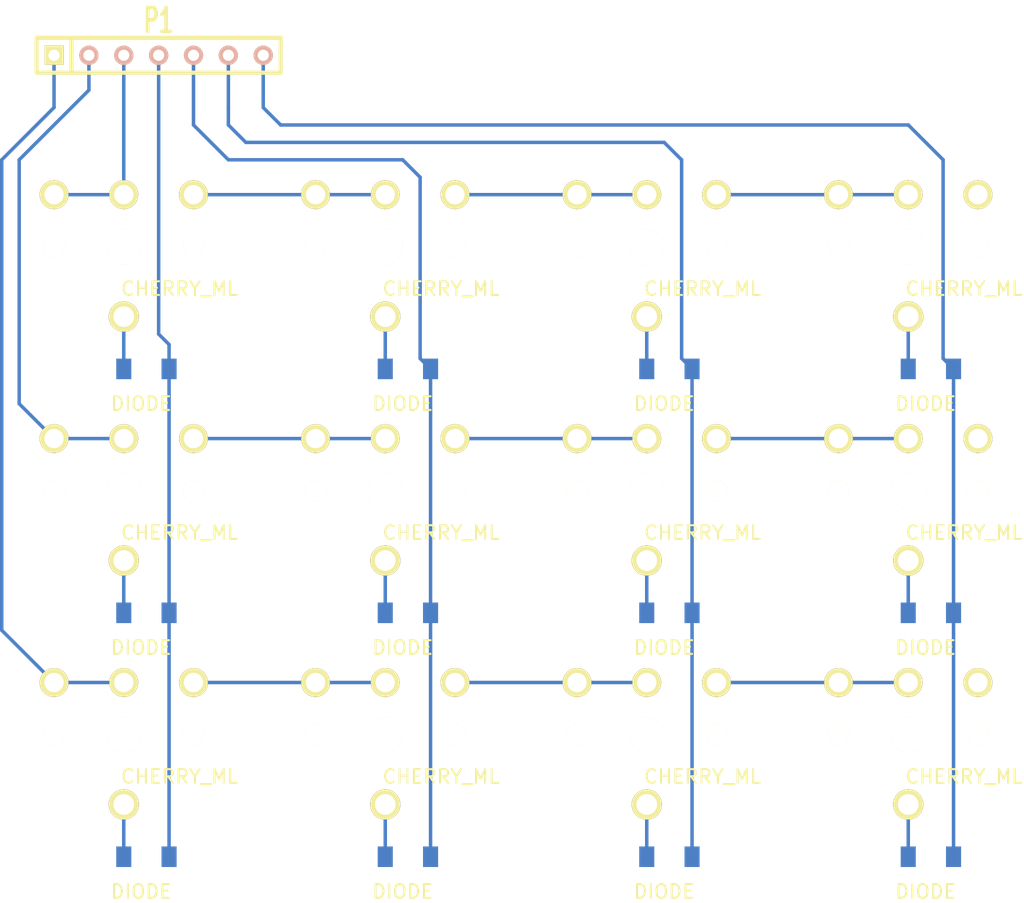
<source format=kicad_pcb>
(kicad_pcb (version 3) (host pcbnew "(2013-07-07 BZR 4022)-stable")

  (general
    (links 48)
    (no_connects 0)
    (area 189.103 116.83873 264.663 182.439)
    (thickness 1.6)
    (drawings 0)
    (tracks 72)
    (zones 0)
    (modules 25)
    (nets 29)
  )

  (page A3)
  (layers
    (15 F.Cu signal)
    (0 B.Cu signal)
    (16 B.Adhes user)
    (17 F.Adhes user)
    (18 B.Paste user)
    (19 F.Paste user)
    (20 B.SilkS user)
    (21 F.SilkS user)
    (22 B.Mask user)
    (23 F.Mask user)
    (24 Dwgs.User user)
    (25 Cmts.User user)
    (26 Eco1.User user)
    (27 Eco2.User user)
    (28 Edge.Cuts user)
  )

  (setup
    (last_trace_width 0.254)
    (trace_clearance 0.254)
    (zone_clearance 0.508)
    (zone_45_only no)
    (trace_min 0.254)
    (segment_width 0.2)
    (edge_width 0.15)
    (via_size 0.889)
    (via_drill 0.635)
    (via_min_size 0.889)
    (via_min_drill 0.508)
    (uvia_size 0.508)
    (uvia_drill 0.127)
    (uvias_allowed no)
    (uvia_min_size 0.508)
    (uvia_min_drill 0.127)
    (pcb_text_width 0.3)
    (pcb_text_size 1.5 1.5)
    (mod_edge_width 0.15)
    (mod_text_size 1.5 1.5)
    (mod_text_width 0.15)
    (pad_size 1.524 1.524)
    (pad_drill 0.762)
    (pad_to_mask_clearance 0.2)
    (aux_axis_origin 0 0)
    (visible_elements FFFFFFBF)
    (pcbplotparams
      (layerselection 3178497)
      (usegerberextensions true)
      (excludeedgelayer true)
      (linewidth 0.100000)
      (plotframeref false)
      (viasonmask false)
      (mode 1)
      (useauxorigin false)
      (hpglpennumber 1)
      (hpglpenspeed 20)
      (hpglpendiameter 15)
      (hpglpenoverlay 2)
      (psnegative false)
      (psa4output false)
      (plotreference true)
      (plotvalue true)
      (plotothertext true)
      (plotinvisibletext false)
      (padsonsilk false)
      (subtractmaskfromsilk false)
      (outputformat 1)
      (mirror false)
      (drillshape 0)
      (scaleselection 1)
      (outputdirectory ""))
  )

  (net 0 "")
  (net 1 N-000001)
  (net 2 N-0000010)
  (net 3 N-0000011)
  (net 4 N-0000012)
  (net 5 N-0000013)
  (net 6 N-0000014)
  (net 7 N-0000018)
  (net 8 N-0000019)
  (net 9 N-000002)
  (net 10 N-0000020)
  (net 11 N-0000021)
  (net 12 N-0000022)
  (net 13 N-0000023)
  (net 14 N-0000024)
  (net 15 N-0000025)
  (net 16 N-0000026)
  (net 17 N-0000027)
  (net 18 N-0000028)
  (net 19 N-0000029)
  (net 20 N-000003)
  (net 21 N-0000030)
  (net 22 N-0000031)
  (net 23 N-000004)
  (net 24 N-000005)
  (net 25 N-000006)
  (net 26 N-000007)
  (net 27 N-000008)
  (net 28 N-000009)

  (net_class Default "This is the default net class."
    (clearance 0.254)
    (trace_width 0.254)
    (via_dia 0.889)
    (via_drill 0.635)
    (uvia_dia 0.508)
    (uvia_drill 0.127)
    (add_net "")
    (add_net N-000001)
    (add_net N-0000010)
    (add_net N-0000011)
    (add_net N-0000012)
    (add_net N-0000013)
    (add_net N-0000014)
    (add_net N-0000018)
    (add_net N-0000019)
    (add_net N-000002)
    (add_net N-0000020)
    (add_net N-0000021)
    (add_net N-0000022)
    (add_net N-0000023)
    (add_net N-0000024)
    (add_net N-0000025)
    (add_net N-0000026)
    (add_net N-0000027)
    (add_net N-0000028)
    (add_net N-0000029)
    (add_net N-000003)
    (add_net N-0000030)
    (add_net N-0000031)
    (add_net N-000004)
    (add_net N-000005)
    (add_net N-000006)
    (add_net N-000007)
    (add_net N-000008)
    (add_net N-000009)
  )

  (module SIL-7 (layer F.Cu) (tedit 200000) (tstamp 56412051)
    (at 200.66 120.65)
    (descr "Connecteur 7 pins")
    (tags "CONN DEV")
    (path /563F87A4)
    (fp_text reference P1 (at 0 -2.54) (layer F.SilkS)
      (effects (font (size 1.72974 1.08712) (thickness 0.3048)))
    )
    (fp_text value CONN_7 (at 0 -2.54) (layer F.SilkS) hide
      (effects (font (size 1.524 1.016) (thickness 0.3048)))
    )
    (fp_line (start -8.89 -1.27) (end -8.89 -1.27) (layer F.SilkS) (width 0.3048))
    (fp_line (start -8.89 -1.27) (end 8.89 -1.27) (layer F.SilkS) (width 0.3048))
    (fp_line (start 8.89 -1.27) (end 8.89 1.27) (layer F.SilkS) (width 0.3048))
    (fp_line (start 8.89 1.27) (end -8.89 1.27) (layer F.SilkS) (width 0.3048))
    (fp_line (start -8.89 1.27) (end -8.89 -1.27) (layer F.SilkS) (width 0.3048))
    (fp_line (start -6.35 1.27) (end -6.35 1.27) (layer F.SilkS) (width 0.3048))
    (fp_line (start -6.35 1.27) (end -6.35 -1.27) (layer F.SilkS) (width 0.3048))
    (pad 1 thru_hole rect (at -7.62 0) (size 1.397 1.397) (drill 0.8128)
      (layers *.Cu *.Mask F.SilkS)
      (net 12 N-0000022)
    )
    (pad 2 thru_hole circle (at -5.08 0) (size 1.397 1.397) (drill 0.8128)
      (layers *.Cu *.SilkS *.Mask)
      (net 19 N-0000029)
    )
    (pad 3 thru_hole circle (at -2.54 0) (size 1.397 1.397) (drill 0.8128)
      (layers *.Cu *.SilkS *.Mask)
      (net 25 N-000006)
    )
    (pad 4 thru_hole circle (at 0 0) (size 1.397 1.397) (drill 0.8128)
      (layers *.Cu *.SilkS *.Mask)
      (net 7 N-0000018)
    )
    (pad 5 thru_hole circle (at 2.54 0) (size 1.397 1.397) (drill 0.8128)
      (layers *.Cu *.SilkS *.Mask)
      (net 28 N-000009)
    )
    (pad 6 thru_hole circle (at 5.08 0) (size 1.397 1.397) (drill 0.8128)
      (layers *.Cu *.SilkS *.Mask)
      (net 5 N-0000013)
    )
    (pad 7 thru_hole circle (at 7.62 0) (size 1.397 1.397) (drill 0.8128)
      (layers *.Cu *.SilkS *.Mask)
      (net 9 N-000002)
    )
  )

  (module CHERRY_ML (layer F.Cu) (tedit 563F8269) (tstamp 5641205C)
    (at 217.17 134.62)
    (path /563F860F)
    (fp_text reference K6 (at -3.556 3.048) (layer F.SilkS) hide
      (effects (font (size 1 1) (thickness 0.15)))
    )
    (fp_text value CHERRY_ML (at 4.064 3.048) (layer F.SilkS)
      (effects (font (size 1 1) (thickness 0.15)))
    )
    (pad "" np_thru_hole circle (at 0 0) (size 2.6 2.6) (drill 2.6)
      (layers *.Cu *.Mask F.SilkS)
    )
    (pad "" np_thru_hole circle (at -5.08 0) (size 1.55 1.55) (drill 1.55)
      (layers *.Cu *.Mask F.SilkS)
    )
    (pad "" np_thru_hole circle (at 5.08 0) (size 1.55 1.55) (drill 1.55)
      (layers *.Cu *.Mask F.SilkS)
    )
    (pad 4 thru_hole circle (at 5.08 -3.81) (size 2.1 2.1) (drill 1.4)
      (layers *.Cu *.Mask F.SilkS)
      (net 16 N-0000026)
    )
    (pad 3 thru_hole circle (at -5.08 -3.81) (size 2.1 2.1) (drill 1.4)
      (layers *.Cu *.Mask F.SilkS)
      (net 15 N-0000025)
    )
    (pad 2 thru_hole circle (at 0 5.08) (size 2.2 2.2) (drill 1.5)
      (layers *.Cu *.Mask F.SilkS)
      (net 27 N-000008)
    )
    (pad 1 thru_hole circle (at 0 -3.81) (size 2.1 2.1) (drill 1.4)
      (layers *.Cu *.Mask F.SilkS)
      (net 15 N-0000025)
    )
  )

  (module CHERRY_ML (layer F.Cu) (tedit 563F8269) (tstamp 56412067)
    (at 236.22 134.62)
    (path /563F8632)
    (fp_text reference K7 (at -3.556 3.048) (layer F.SilkS) hide
      (effects (font (size 1 1) (thickness 0.15)))
    )
    (fp_text value CHERRY_ML (at 4.064 3.048) (layer F.SilkS)
      (effects (font (size 1 1) (thickness 0.15)))
    )
    (pad "" np_thru_hole circle (at 0 0) (size 2.6 2.6) (drill 2.6)
      (layers *.Cu *.Mask F.SilkS)
    )
    (pad "" np_thru_hole circle (at -5.08 0) (size 1.55 1.55) (drill 1.55)
      (layers *.Cu *.Mask F.SilkS)
    )
    (pad "" np_thru_hole circle (at 5.08 0) (size 1.55 1.55) (drill 1.55)
      (layers *.Cu *.Mask F.SilkS)
    )
    (pad 4 thru_hole circle (at 5.08 -3.81) (size 2.1 2.1) (drill 1.4)
      (layers *.Cu *.Mask F.SilkS)
      (net 10 N-0000020)
    )
    (pad 3 thru_hole circle (at -5.08 -3.81) (size 2.1 2.1) (drill 1.4)
      (layers *.Cu *.Mask F.SilkS)
      (net 16 N-0000026)
    )
    (pad 2 thru_hole circle (at 0 5.08) (size 2.2 2.2) (drill 1.5)
      (layers *.Cu *.Mask F.SilkS)
      (net 4 N-0000012)
    )
    (pad 1 thru_hole circle (at 0 -3.81) (size 2.1 2.1) (drill 1.4)
      (layers *.Cu *.Mask F.SilkS)
      (net 16 N-0000026)
    )
  )

  (module CHERRY_ML (layer F.Cu) (tedit 563F8269) (tstamp 56412072)
    (at 198.12 152.4)
    (path /563F8641)
    (fp_text reference K2 (at -3.556 3.048) (layer F.SilkS) hide
      (effects (font (size 1 1) (thickness 0.15)))
    )
    (fp_text value CHERRY_ML (at 4.064 3.048) (layer F.SilkS)
      (effects (font (size 1 1) (thickness 0.15)))
    )
    (pad "" np_thru_hole circle (at 0 0) (size 2.6 2.6) (drill 2.6)
      (layers *.Cu *.Mask F.SilkS)
    )
    (pad "" np_thru_hole circle (at -5.08 0) (size 1.55 1.55) (drill 1.55)
      (layers *.Cu *.Mask F.SilkS)
    )
    (pad "" np_thru_hole circle (at 5.08 0) (size 1.55 1.55) (drill 1.55)
      (layers *.Cu *.Mask F.SilkS)
    )
    (pad 4 thru_hole circle (at 5.08 -3.81) (size 2.1 2.1) (drill 1.4)
      (layers *.Cu *.Mask F.SilkS)
      (net 21 N-0000030)
    )
    (pad 3 thru_hole circle (at -5.08 -3.81) (size 2.1 2.1) (drill 1.4)
      (layers *.Cu *.Mask F.SilkS)
      (net 19 N-0000029)
    )
    (pad 2 thru_hole circle (at 0 5.08) (size 2.2 2.2) (drill 1.5)
      (layers *.Cu *.Mask F.SilkS)
      (net 18 N-0000028)
    )
    (pad 1 thru_hole circle (at 0 -3.81) (size 2.1 2.1) (drill 1.4)
      (layers *.Cu *.Mask F.SilkS)
      (net 19 N-0000029)
    )
  )

  (module CHERRY_ML (layer F.Cu) (tedit 563F8269) (tstamp 5641207D)
    (at 217.17 152.4)
    (path /563F8650)
    (fp_text reference K4 (at -3.556 3.048) (layer F.SilkS) hide
      (effects (font (size 1 1) (thickness 0.15)))
    )
    (fp_text value CHERRY_ML (at 4.064 3.048) (layer F.SilkS)
      (effects (font (size 1 1) (thickness 0.15)))
    )
    (pad "" np_thru_hole circle (at 0 0) (size 2.6 2.6) (drill 2.6)
      (layers *.Cu *.Mask F.SilkS)
    )
    (pad "" np_thru_hole circle (at -5.08 0) (size 1.55 1.55) (drill 1.55)
      (layers *.Cu *.Mask F.SilkS)
    )
    (pad "" np_thru_hole circle (at 5.08 0) (size 1.55 1.55) (drill 1.55)
      (layers *.Cu *.Mask F.SilkS)
    )
    (pad 4 thru_hole circle (at 5.08 -3.81) (size 2.1 2.1) (drill 1.4)
      (layers *.Cu *.Mask F.SilkS)
      (net 8 N-0000019)
    )
    (pad 3 thru_hole circle (at -5.08 -3.81) (size 2.1 2.1) (drill 1.4)
      (layers *.Cu *.Mask F.SilkS)
      (net 21 N-0000030)
    )
    (pad 2 thru_hole circle (at 0 5.08) (size 2.2 2.2) (drill 1.5)
      (layers *.Cu *.Mask F.SilkS)
      (net 2 N-0000010)
    )
    (pad 1 thru_hole circle (at 0 -3.81) (size 2.1 2.1) (drill 1.4)
      (layers *.Cu *.Mask F.SilkS)
      (net 21 N-0000030)
    )
  )

  (module CHERRY_ML (layer F.Cu) (tedit 563F8269) (tstamp 56412088)
    (at 236.22 152.4)
    (path /563F865F)
    (fp_text reference K8 (at -3.556 3.048) (layer F.SilkS) hide
      (effects (font (size 1 1) (thickness 0.15)))
    )
    (fp_text value CHERRY_ML (at 4.064 3.048) (layer F.SilkS)
      (effects (font (size 1 1) (thickness 0.15)))
    )
    (pad "" np_thru_hole circle (at 0 0) (size 2.6 2.6) (drill 2.6)
      (layers *.Cu *.Mask F.SilkS)
    )
    (pad "" np_thru_hole circle (at -5.08 0) (size 1.55 1.55) (drill 1.55)
      (layers *.Cu *.Mask F.SilkS)
    )
    (pad "" np_thru_hole circle (at 5.08 0) (size 1.55 1.55) (drill 1.55)
      (layers *.Cu *.Mask F.SilkS)
    )
    (pad 4 thru_hole circle (at 5.08 -3.81) (size 2.1 2.1) (drill 1.4)
      (layers *.Cu *.Mask F.SilkS)
      (net 11 N-0000021)
    )
    (pad 3 thru_hole circle (at -5.08 -3.81) (size 2.1 2.1) (drill 1.4)
      (layers *.Cu *.Mask F.SilkS)
      (net 8 N-0000019)
    )
    (pad 2 thru_hole circle (at 0 5.08) (size 2.2 2.2) (drill 1.5)
      (layers *.Cu *.Mask F.SilkS)
      (net 24 N-000005)
    )
    (pad 1 thru_hole circle (at 0 -3.81) (size 2.1 2.1) (drill 1.4)
      (layers *.Cu *.Mask F.SilkS)
      (net 8 N-0000019)
    )
  )

  (module CHERRY_ML (layer F.Cu) (tedit 563F8269) (tstamp 56412093)
    (at 255.27 134.62)
    (path /563F866E)
    (fp_text reference K10 (at -3.556 3.048) (layer F.SilkS) hide
      (effects (font (size 1 1) (thickness 0.15)))
    )
    (fp_text value CHERRY_ML (at 4.064 3.048) (layer F.SilkS)
      (effects (font (size 1 1) (thickness 0.15)))
    )
    (pad "" np_thru_hole circle (at 0 0) (size 2.6 2.6) (drill 2.6)
      (layers *.Cu *.Mask F.SilkS)
    )
    (pad "" np_thru_hole circle (at -5.08 0) (size 1.55 1.55) (drill 1.55)
      (layers *.Cu *.Mask F.SilkS)
    )
    (pad "" np_thru_hole circle (at 5.08 0) (size 1.55 1.55) (drill 1.55)
      (layers *.Cu *.Mask F.SilkS)
    )
    (pad 4 thru_hole circle (at 5.08 -3.81) (size 2.1 2.1) (drill 1.4)
      (layers *.Cu *.Mask F.SilkS)
    )
    (pad 3 thru_hole circle (at -5.08 -3.81) (size 2.1 2.1) (drill 1.4)
      (layers *.Cu *.Mask F.SilkS)
      (net 10 N-0000020)
    )
    (pad 2 thru_hole circle (at 0 5.08) (size 2.2 2.2) (drill 1.5)
      (layers *.Cu *.Mask F.SilkS)
      (net 1 N-000001)
    )
    (pad 1 thru_hole circle (at 0 -3.81) (size 2.1 2.1) (drill 1.4)
      (layers *.Cu *.Mask F.SilkS)
      (net 10 N-0000020)
    )
  )

  (module CHERRY_ML (layer F.Cu) (tedit 563F8269) (tstamp 5641209E)
    (at 255.27 152.4)
    (path /563F867D)
    (fp_text reference K11 (at -3.556 3.048) (layer F.SilkS) hide
      (effects (font (size 1 1) (thickness 0.15)))
    )
    (fp_text value CHERRY_ML (at 4.064 3.048) (layer F.SilkS)
      (effects (font (size 1 1) (thickness 0.15)))
    )
    (pad "" np_thru_hole circle (at 0 0) (size 2.6 2.6) (drill 2.6)
      (layers *.Cu *.Mask F.SilkS)
    )
    (pad "" np_thru_hole circle (at -5.08 0) (size 1.55 1.55) (drill 1.55)
      (layers *.Cu *.Mask F.SilkS)
    )
    (pad "" np_thru_hole circle (at 5.08 0) (size 1.55 1.55) (drill 1.55)
      (layers *.Cu *.Mask F.SilkS)
    )
    (pad 4 thru_hole circle (at 5.08 -3.81) (size 2.1 2.1) (drill 1.4)
      (layers *.Cu *.Mask F.SilkS)
    )
    (pad 3 thru_hole circle (at -5.08 -3.81) (size 2.1 2.1) (drill 1.4)
      (layers *.Cu *.Mask F.SilkS)
      (net 11 N-0000021)
    )
    (pad 2 thru_hole circle (at 0 5.08) (size 2.2 2.2) (drill 1.5)
      (layers *.Cu *.Mask F.SilkS)
      (net 20 N-000003)
    )
    (pad 1 thru_hole circle (at 0 -3.81) (size 2.1 2.1) (drill 1.4)
      (layers *.Cu *.Mask F.SilkS)
      (net 11 N-0000021)
    )
  )

  (module CHERRY_ML (layer F.Cu) (tedit 563F8269) (tstamp 564120A9)
    (at 198.12 170.18)
    (path /563F86A0)
    (fp_text reference K3 (at -3.556 3.048) (layer F.SilkS) hide
      (effects (font (size 1 1) (thickness 0.15)))
    )
    (fp_text value CHERRY_ML (at 4.064 3.048) (layer F.SilkS)
      (effects (font (size 1 1) (thickness 0.15)))
    )
    (pad "" np_thru_hole circle (at 0 0) (size 2.6 2.6) (drill 2.6)
      (layers *.Cu *.Mask F.SilkS)
    )
    (pad "" np_thru_hole circle (at -5.08 0) (size 1.55 1.55) (drill 1.55)
      (layers *.Cu *.Mask F.SilkS)
    )
    (pad "" np_thru_hole circle (at 5.08 0) (size 1.55 1.55) (drill 1.55)
      (layers *.Cu *.Mask F.SilkS)
    )
    (pad 4 thru_hole circle (at 5.08 -3.81) (size 2.1 2.1) (drill 1.4)
      (layers *.Cu *.Mask F.SilkS)
      (net 13 N-0000023)
    )
    (pad 3 thru_hole circle (at -5.08 -3.81) (size 2.1 2.1) (drill 1.4)
      (layers *.Cu *.Mask F.SilkS)
      (net 12 N-0000022)
    )
    (pad 2 thru_hole circle (at 0 5.08) (size 2.2 2.2) (drill 1.5)
      (layers *.Cu *.Mask F.SilkS)
      (net 26 N-000007)
    )
    (pad 1 thru_hole circle (at 0 -3.81) (size 2.1 2.1) (drill 1.4)
      (layers *.Cu *.Mask F.SilkS)
      (net 12 N-0000022)
    )
  )

  (module CHERRY_ML (layer F.Cu) (tedit 563F8269) (tstamp 564120B4)
    (at 217.17 170.18)
    (path /563F86B9)
    (fp_text reference K5 (at -3.556 3.048) (layer F.SilkS) hide
      (effects (font (size 1 1) (thickness 0.15)))
    )
    (fp_text value CHERRY_ML (at 4.064 3.048) (layer F.SilkS)
      (effects (font (size 1 1) (thickness 0.15)))
    )
    (pad "" np_thru_hole circle (at 0 0) (size 2.6 2.6) (drill 2.6)
      (layers *.Cu *.Mask F.SilkS)
    )
    (pad "" np_thru_hole circle (at -5.08 0) (size 1.55 1.55) (drill 1.55)
      (layers *.Cu *.Mask F.SilkS)
    )
    (pad "" np_thru_hole circle (at 5.08 0) (size 1.55 1.55) (drill 1.55)
      (layers *.Cu *.Mask F.SilkS)
    )
    (pad 4 thru_hole circle (at 5.08 -3.81) (size 2.1 2.1) (drill 1.4)
      (layers *.Cu *.Mask F.SilkS)
      (net 17 N-0000027)
    )
    (pad 3 thru_hole circle (at -5.08 -3.81) (size 2.1 2.1) (drill 1.4)
      (layers *.Cu *.Mask F.SilkS)
      (net 13 N-0000023)
    )
    (pad 2 thru_hole circle (at 0 5.08) (size 2.2 2.2) (drill 1.5)
      (layers *.Cu *.Mask F.SilkS)
      (net 3 N-0000011)
    )
    (pad 1 thru_hole circle (at 0 -3.81) (size 2.1 2.1) (drill 1.4)
      (layers *.Cu *.Mask F.SilkS)
      (net 13 N-0000023)
    )
  )

  (module CHERRY_ML (layer F.Cu) (tedit 563F8269) (tstamp 564120BF)
    (at 236.22 170.18)
    (path /563F86C8)
    (fp_text reference K9 (at -3.556 3.048) (layer F.SilkS) hide
      (effects (font (size 1 1) (thickness 0.15)))
    )
    (fp_text value CHERRY_ML (at 4.064 3.048) (layer F.SilkS)
      (effects (font (size 1 1) (thickness 0.15)))
    )
    (pad "" np_thru_hole circle (at 0 0) (size 2.6 2.6) (drill 2.6)
      (layers *.Cu *.Mask F.SilkS)
    )
    (pad "" np_thru_hole circle (at -5.08 0) (size 1.55 1.55) (drill 1.55)
      (layers *.Cu *.Mask F.SilkS)
    )
    (pad "" np_thru_hole circle (at 5.08 0) (size 1.55 1.55) (drill 1.55)
      (layers *.Cu *.Mask F.SilkS)
    )
    (pad 4 thru_hole circle (at 5.08 -3.81) (size 2.1 2.1) (drill 1.4)
      (layers *.Cu *.Mask F.SilkS)
      (net 22 N-0000031)
    )
    (pad 3 thru_hole circle (at -5.08 -3.81) (size 2.1 2.1) (drill 1.4)
      (layers *.Cu *.Mask F.SilkS)
      (net 17 N-0000027)
    )
    (pad 2 thru_hole circle (at 0 5.08) (size 2.2 2.2) (drill 1.5)
      (layers *.Cu *.Mask F.SilkS)
      (net 6 N-0000014)
    )
    (pad 1 thru_hole circle (at 0 -3.81) (size 2.1 2.1) (drill 1.4)
      (layers *.Cu *.Mask F.SilkS)
      (net 17 N-0000027)
    )
  )

  (module CHERRY_ML (layer F.Cu) (tedit 563F8269) (tstamp 564120CA)
    (at 255.27 170.18)
    (path /563F86D7)
    (fp_text reference K12 (at -3.556 3.048) (layer F.SilkS) hide
      (effects (font (size 1 1) (thickness 0.15)))
    )
    (fp_text value CHERRY_ML (at 4.064 3.048) (layer F.SilkS)
      (effects (font (size 1 1) (thickness 0.15)))
    )
    (pad "" np_thru_hole circle (at 0 0) (size 2.6 2.6) (drill 2.6)
      (layers *.Cu *.Mask F.SilkS)
    )
    (pad "" np_thru_hole circle (at -5.08 0) (size 1.55 1.55) (drill 1.55)
      (layers *.Cu *.Mask F.SilkS)
    )
    (pad "" np_thru_hole circle (at 5.08 0) (size 1.55 1.55) (drill 1.55)
      (layers *.Cu *.Mask F.SilkS)
    )
    (pad 4 thru_hole circle (at 5.08 -3.81) (size 2.1 2.1) (drill 1.4)
      (layers *.Cu *.Mask F.SilkS)
    )
    (pad 3 thru_hole circle (at -5.08 -3.81) (size 2.1 2.1) (drill 1.4)
      (layers *.Cu *.Mask F.SilkS)
      (net 22 N-0000031)
    )
    (pad 2 thru_hole circle (at 0 5.08) (size 2.2 2.2) (drill 1.5)
      (layers *.Cu *.Mask F.SilkS)
      (net 23 N-000004)
    )
    (pad 1 thru_hole circle (at 0 -3.81) (size 2.1 2.1) (drill 1.4)
      (layers *.Cu *.Mask F.SilkS)
      (net 22 N-0000031)
    )
  )

  (module CHERRY_ML (layer F.Cu) (tedit 563F8269) (tstamp 564120D5)
    (at 198.12 134.62)
    (path /563F8600)
    (fp_text reference K1 (at -3.556 3.048) (layer F.SilkS) hide
      (effects (font (size 1 1) (thickness 0.15)))
    )
    (fp_text value CHERRY_ML (at 4.064 3.048) (layer F.SilkS)
      (effects (font (size 1 1) (thickness 0.15)))
    )
    (pad "" np_thru_hole circle (at 0 0) (size 2.6 2.6) (drill 2.6)
      (layers *.Cu *.Mask F.SilkS)
    )
    (pad "" np_thru_hole circle (at -5.08 0) (size 1.55 1.55) (drill 1.55)
      (layers *.Cu *.Mask F.SilkS)
    )
    (pad "" np_thru_hole circle (at 5.08 0) (size 1.55 1.55) (drill 1.55)
      (layers *.Cu *.Mask F.SilkS)
    )
    (pad 4 thru_hole circle (at 5.08 -3.81) (size 2.1 2.1) (drill 1.4)
      (layers *.Cu *.Mask F.SilkS)
      (net 15 N-0000025)
    )
    (pad 3 thru_hole circle (at -5.08 -3.81) (size 2.1 2.1) (drill 1.4)
      (layers *.Cu *.Mask F.SilkS)
      (net 25 N-000006)
    )
    (pad 2 thru_hole circle (at 0 5.08) (size 2.2 2.2) (drill 1.5)
      (layers *.Cu *.Mask F.SilkS)
      (net 14 N-0000024)
    )
    (pad 1 thru_hole circle (at 0 -3.81) (size 2.1 2.1) (drill 1.4)
      (layers *.Cu *.Mask F.SilkS)
      (net 25 N-000006)
    )
  )

  (module 4148_rev2 (layer F.Cu) (tedit 564105A0) (tstamp 564120DB)
    (at 255.27 161.29)
    (path /563F8795)
    (fp_text reference D11 (at 1.27 -2.54) (layer F.SilkS) hide
      (effects (font (size 1 1) (thickness 0.15)))
    )
    (fp_text value DIODE (at 1.27 2.54) (layer F.SilkS)
      (effects (font (size 1 1) (thickness 0.15)))
    )
    (pad 1 smd rect (at 0 0) (size 1.1 1.5)
      (layers B.Cu F.Paste F.Mask)
      (net 20 N-000003)
    )
    (pad 2 smd rect (at 3.3 0) (size 1.1 1.5)
      (layers B.Cu F.Paste F.Mask)
      (net 9 N-000002)
    )
  )

  (module 4148_rev2 (layer F.Cu) (tedit 564105A0) (tstamp 564120E1)
    (at 255.27 179.07)
    (path /563F8824)
    (fp_text reference D12 (at 1.27 -2.54) (layer F.SilkS) hide
      (effects (font (size 1 1) (thickness 0.15)))
    )
    (fp_text value DIODE (at 1.27 2.54) (layer F.SilkS)
      (effects (font (size 1 1) (thickness 0.15)))
    )
    (pad 1 smd rect (at 0 0) (size 1.1 1.5)
      (layers B.Cu F.Paste F.Mask)
      (net 23 N-000004)
    )
    (pad 2 smd rect (at 3.3 0) (size 1.1 1.5)
      (layers B.Cu F.Paste F.Mask)
      (net 9 N-000002)
    )
  )

  (module 4148_rev2 (layer F.Cu) (tedit 564105A0) (tstamp 564120E7)
    (at 198.12 179.07)
    (path /563F87DE)
    (fp_text reference D3 (at 1.27 -2.54) (layer F.SilkS) hide
      (effects (font (size 1 1) (thickness 0.15)))
    )
    (fp_text value DIODE (at 1.27 2.54) (layer F.SilkS)
      (effects (font (size 1 1) (thickness 0.15)))
    )
    (pad 1 smd rect (at 0 0) (size 1.1 1.5)
      (layers B.Cu F.Paste F.Mask)
      (net 26 N-000007)
    )
    (pad 2 smd rect (at 3.3 0) (size 1.1 1.5)
      (layers B.Cu F.Paste F.Mask)
      (net 7 N-0000018)
    )
  )

  (module 4148_rev2 (layer F.Cu) (tedit 564105A0) (tstamp 564120ED)
    (at 217.17 179.07)
    (path /563F8806)
    (fp_text reference D5 (at 1.27 -2.54) (layer F.SilkS) hide
      (effects (font (size 1 1) (thickness 0.15)))
    )
    (fp_text value DIODE (at 1.27 2.54) (layer F.SilkS)
      (effects (font (size 1 1) (thickness 0.15)))
    )
    (pad 1 smd rect (at 0 0) (size 1.1 1.5)
      (layers B.Cu F.Paste F.Mask)
      (net 3 N-0000011)
    )
    (pad 2 smd rect (at 3.3 0) (size 1.1 1.5)
      (layers B.Cu F.Paste F.Mask)
      (net 28 N-000009)
    )
  )

  (module 4148_rev2 (layer F.Cu) (tedit 564105A0) (tstamp 564120F3)
    (at 236.22 179.07)
    (path /563F8815)
    (fp_text reference D9 (at 1.27 -2.54) (layer F.SilkS) hide
      (effects (font (size 1 1) (thickness 0.15)))
    )
    (fp_text value DIODE (at 1.27 2.54) (layer F.SilkS)
      (effects (font (size 1 1) (thickness 0.15)))
    )
    (pad 1 smd rect (at 0 0) (size 1.1 1.5)
      (layers B.Cu F.Paste F.Mask)
      (net 6 N-0000014)
    )
    (pad 2 smd rect (at 3.3 0) (size 1.1 1.5)
      (layers B.Cu F.Paste F.Mask)
      (net 5 N-0000013)
    )
  )

  (module 4148_rev2 (layer F.Cu) (tedit 564105A0) (tstamp 564120F9)
    (at 236.22 161.29)
    (path /563F8786)
    (fp_text reference D8 (at 1.27 -2.54) (layer F.SilkS) hide
      (effects (font (size 1 1) (thickness 0.15)))
    )
    (fp_text value DIODE (at 1.27 2.54) (layer F.SilkS)
      (effects (font (size 1 1) (thickness 0.15)))
    )
    (pad 1 smd rect (at 0 0) (size 1.1 1.5)
      (layers B.Cu F.Paste F.Mask)
      (net 24 N-000005)
    )
    (pad 2 smd rect (at 3.3 0) (size 1.1 1.5)
      (layers B.Cu F.Paste F.Mask)
      (net 5 N-0000013)
    )
  )

  (module 4148_rev2 (layer F.Cu) (tedit 564105A0) (tstamp 564120FF)
    (at 217.17 161.29)
    (path /563F8777)
    (fp_text reference D4 (at 1.27 -2.54) (layer F.SilkS) hide
      (effects (font (size 1 1) (thickness 0.15)))
    )
    (fp_text value DIODE (at 1.27 2.54) (layer F.SilkS)
      (effects (font (size 1 1) (thickness 0.15)))
    )
    (pad 1 smd rect (at 0 0) (size 1.1 1.5)
      (layers B.Cu F.Paste F.Mask)
      (net 2 N-0000010)
    )
    (pad 2 smd rect (at 3.3 0) (size 1.1 1.5)
      (layers B.Cu F.Paste F.Mask)
      (net 28 N-000009)
    )
  )

  (module 4148_rev2 (layer F.Cu) (tedit 564105A0) (tstamp 56412105)
    (at 198.12 161.29)
    (path /563F875E)
    (fp_text reference D2 (at 1.27 -2.54) (layer F.SilkS) hide
      (effects (font (size 1 1) (thickness 0.15)))
    )
    (fp_text value DIODE (at 1.27 2.54) (layer F.SilkS)
      (effects (font (size 1 1) (thickness 0.15)))
    )
    (pad 1 smd rect (at 0 0) (size 1.1 1.5)
      (layers B.Cu F.Paste F.Mask)
      (net 18 N-0000028)
    )
    (pad 2 smd rect (at 3.3 0) (size 1.1 1.5)
      (layers B.Cu F.Paste F.Mask)
      (net 7 N-0000018)
    )
  )

  (module 4148_rev2 (layer F.Cu) (tedit 564105A0) (tstamp 5641210B)
    (at 255.27 143.51)
    (path /563F8713)
    (fp_text reference D10 (at 1.27 -2.54) (layer F.SilkS) hide
      (effects (font (size 1 1) (thickness 0.15)))
    )
    (fp_text value DIODE (at 1.27 2.54) (layer F.SilkS)
      (effects (font (size 1 1) (thickness 0.15)))
    )
    (pad 1 smd rect (at 0 0) (size 1.1 1.5)
      (layers B.Cu F.Paste F.Mask)
      (net 1 N-000001)
    )
    (pad 2 smd rect (at 3.3 0) (size 1.1 1.5)
      (layers B.Cu F.Paste F.Mask)
      (net 9 N-000002)
    )
  )

  (module 4148_rev2 (layer F.Cu) (tedit 564105A0) (tstamp 56412111)
    (at 236.22 143.51)
    (path /563F8704)
    (fp_text reference D7 (at 1.27 -2.54) (layer F.SilkS) hide
      (effects (font (size 1 1) (thickness 0.15)))
    )
    (fp_text value DIODE (at 1.27 2.54) (layer F.SilkS)
      (effects (font (size 1 1) (thickness 0.15)))
    )
    (pad 1 smd rect (at 0 0) (size 1.1 1.5)
      (layers B.Cu F.Paste F.Mask)
      (net 4 N-0000012)
    )
    (pad 2 smd rect (at 3.3 0) (size 1.1 1.5)
      (layers B.Cu F.Paste F.Mask)
      (net 5 N-0000013)
    )
  )

  (module 4148_rev2 (layer F.Cu) (tedit 564105A0) (tstamp 56412117)
    (at 217.17 143.51)
    (path /563F86F5)
    (fp_text reference D6 (at 1.27 -2.54) (layer F.SilkS) hide
      (effects (font (size 1 1) (thickness 0.15)))
    )
    (fp_text value DIODE (at 1.27 2.54) (layer F.SilkS)
      (effects (font (size 1 1) (thickness 0.15)))
    )
    (pad 1 smd rect (at 0 0) (size 1.1 1.5)
      (layers B.Cu F.Paste F.Mask)
      (net 27 N-000008)
    )
    (pad 2 smd rect (at 3.3 0) (size 1.1 1.5)
      (layers B.Cu F.Paste F.Mask)
      (net 28 N-000009)
    )
  )

  (module 4148_rev2 (layer F.Cu) (tedit 564105A0) (tstamp 5641211D)
    (at 198.12 143.51)
    (path /563F86E6)
    (fp_text reference D1 (at 1.27 -2.54) (layer F.SilkS) hide
      (effects (font (size 1 1) (thickness 0.15)))
    )
    (fp_text value DIODE (at 1.27 2.54) (layer F.SilkS)
      (effects (font (size 1 1) (thickness 0.15)))
    )
    (pad 1 smd rect (at 0 0) (size 1.1 1.5)
      (layers B.Cu F.Paste F.Mask)
      (net 14 N-0000024)
    )
    (pad 2 smd rect (at 3.3 0) (size 1.1 1.5)
      (layers B.Cu F.Paste F.Mask)
      (net 7 N-0000018)
    )
  )

  (segment (start 255.27 139.7) (end 255.27 143.51) (width 0.254) (layer B.Cu) (net 1))
  (segment (start 217.17 157.48) (end 217.17 161.29) (width 0.254) (layer B.Cu) (net 2))
  (segment (start 217.17 175.26) (end 217.17 179.07) (width 0.254) (layer B.Cu) (net 3))
  (segment (start 236.22 139.7) (end 236.22 143.51) (width 0.254) (layer B.Cu) (net 4))
  (segment (start 239.52 161.29) (end 239.52 179.07) (width 0.254) (layer B.Cu) (net 5))
  (segment (start 239.52 143.51) (end 239.52 161.29) (width 0.254) (layer B.Cu) (net 5))
  (segment (start 205.74 120.65) (end 205.74 124.46) (width 0.254) (layer B.Cu) (net 5))
  (segment (start 238.76 142.75) (end 239.52 143.51) (width 0.254) (layer B.Cu) (net 5) (tstamp 56412632))
  (segment (start 238.76 128.27) (end 238.76 142.75) (width 0.254) (layer B.Cu) (net 5) (tstamp 5641262F))
  (segment (start 237.49 127) (end 238.76 128.27) (width 0.254) (layer B.Cu) (net 5) (tstamp 5641262B))
  (segment (start 207.01 127) (end 237.49 127) (width 0.254) (layer B.Cu) (net 5) (tstamp 56412629))
  (segment (start 205.74 125.73) (end 207.01 127) (width 0.254) (layer B.Cu) (net 5) (tstamp 56412626))
  (segment (start 205.74 124.46) (end 205.74 125.73) (width 0.254) (layer B.Cu) (net 5) (tstamp 56412624))
  (segment (start 236.22 175.26) (end 236.22 179.07) (width 0.254) (layer B.Cu) (net 6))
  (segment (start 201.42 161.29) (end 201.42 179.07) (width 0.254) (layer B.Cu) (net 7))
  (segment (start 201.42 143.51) (end 201.42 161.29) (width 0.254) (layer B.Cu) (net 7))
  (segment (start 200.66 120.65) (end 200.66 140.97) (width 0.254) (layer B.Cu) (net 7))
  (segment (start 201.42 141.73) (end 201.42 143.51) (width 0.254) (layer B.Cu) (net 7) (tstamp 564125C9))
  (segment (start 200.66 140.97) (end 201.42 141.73) (width 0.254) (layer B.Cu) (net 7) (tstamp 564125C8))
  (segment (start 222.25 148.59) (end 231.14 148.59) (width 0.254) (layer B.Cu) (net 8))
  (segment (start 231.14 148.59) (end 236.22 148.59) (width 0.254) (layer B.Cu) (net 8) (tstamp 564125E4))
  (segment (start 258.57 161.29) (end 258.57 179.07) (width 0.254) (layer B.Cu) (net 9))
  (segment (start 258.57 143.51) (end 258.57 161.29) (width 0.254) (layer B.Cu) (net 9))
  (segment (start 208.28 120.65) (end 208.28 124.46) (width 0.254) (layer B.Cu) (net 9))
  (segment (start 257.81 142.75) (end 258.57 143.51) (width 0.254) (layer B.Cu) (net 9) (tstamp 56412646))
  (segment (start 257.81 128.27) (end 257.81 142.75) (width 0.254) (layer B.Cu) (net 9) (tstamp 56412645))
  (segment (start 255.27 125.73) (end 257.81 128.27) (width 0.254) (layer B.Cu) (net 9) (tstamp 5641263E))
  (segment (start 209.55 125.73) (end 255.27 125.73) (width 0.254) (layer B.Cu) (net 9) (tstamp 5641263D))
  (segment (start 208.28 124.46) (end 209.55 125.73) (width 0.254) (layer B.Cu) (net 9) (tstamp 5641263C))
  (segment (start 241.3 130.81) (end 250.19 130.81) (width 0.254) (layer B.Cu) (net 10))
  (segment (start 250.19 130.81) (end 255.27 130.81) (width 0.254) (layer B.Cu) (net 10) (tstamp 564125DD))
  (segment (start 241.3 148.59) (end 250.19 148.59) (width 0.254) (layer B.Cu) (net 11))
  (segment (start 250.19 148.59) (end 255.27 148.59) (width 0.254) (layer B.Cu) (net 11) (tstamp 564125E7))
  (segment (start 193.04 166.37) (end 198.12 166.37) (width 0.254) (layer B.Cu) (net 12))
  (segment (start 193.04 120.65) (end 193.04 124.46) (width 0.254) (layer B.Cu) (net 12))
  (segment (start 189.23 162.56) (end 193.04 166.37) (width 0.254) (layer B.Cu) (net 12) (tstamp 564125C2))
  (segment (start 189.23 128.27) (end 189.23 162.56) (width 0.254) (layer B.Cu) (net 12) (tstamp 564125C0))
  (segment (start 193.04 124.46) (end 189.23 128.27) (width 0.254) (layer B.Cu) (net 12) (tstamp 564125BE))
  (segment (start 203.2 166.37) (end 212.09 166.37) (width 0.254) (layer B.Cu) (net 13))
  (segment (start 212.09 166.37) (end 217.17 166.37) (width 0.254) (layer B.Cu) (net 13) (tstamp 564125EA))
  (segment (start 198.12 143.51) (end 198.12 139.7) (width 0.254) (layer B.Cu) (net 14))
  (segment (start 203.2 130.81) (end 212.09 130.81) (width 0.254) (layer B.Cu) (net 15))
  (segment (start 212.09 130.81) (end 217.17 130.81) (width 0.254) (layer B.Cu) (net 15) (tstamp 564125D6))
  (segment (start 231.14 130.81) (end 236.22 130.81) (width 0.254) (layer B.Cu) (net 16))
  (segment (start 222.25 130.81) (end 231.14 130.81) (width 0.254) (layer B.Cu) (net 16))
  (segment (start 222.25 166.37) (end 231.14 166.37) (width 0.254) (layer B.Cu) (net 17))
  (segment (start 231.14 166.37) (end 236.22 166.37) (width 0.254) (layer B.Cu) (net 17) (tstamp 564125ED))
  (segment (start 198.12 161.29) (end 198.12 157.48) (width 0.254) (layer B.Cu) (net 18))
  (segment (start 193.04 148.59) (end 198.12 148.59) (width 0.254) (layer B.Cu) (net 19))
  (segment (start 195.58 120.65) (end 195.58 123.19) (width 0.254) (layer B.Cu) (net 19))
  (segment (start 190.5 146.05) (end 193.04 148.59) (width 0.254) (layer B.Cu) (net 19) (tstamp 564125B8))
  (segment (start 190.5 128.27) (end 190.5 146.05) (width 0.254) (layer B.Cu) (net 19) (tstamp 564125B6))
  (segment (start 195.58 123.19) (end 190.5 128.27) (width 0.254) (layer B.Cu) (net 19) (tstamp 564125B4))
  (segment (start 255.27 157.48) (end 255.27 161.29) (width 0.254) (layer B.Cu) (net 20))
  (segment (start 203.2 148.59) (end 212.09 148.59) (width 0.254) (layer B.Cu) (net 21))
  (segment (start 212.09 148.59) (end 217.17 148.59) (width 0.254) (layer B.Cu) (net 21) (tstamp 564125E1))
  (segment (start 241.3 166.37) (end 250.19 166.37) (width 0.254) (layer B.Cu) (net 22))
  (segment (start 250.19 166.37) (end 255.27 166.37) (width 0.254) (layer B.Cu) (net 22) (tstamp 564125F0))
  (segment (start 255.27 175.26) (end 255.27 179.07) (width 0.254) (layer B.Cu) (net 23))
  (segment (start 236.22 157.48) (end 236.22 161.29) (width 0.254) (layer B.Cu) (net 24))
  (segment (start 198.12 120.65) (end 198.12 130.81) (width 0.254) (layer B.Cu) (net 25))
  (segment (start 198.12 130.81) (end 193.04 130.81) (width 0.254) (layer B.Cu) (net 25) (tstamp 564125B1))
  (segment (start 198.12 175.26) (end 198.12 179.07) (width 0.254) (layer B.Cu) (net 26))
  (segment (start 217.17 139.7) (end 217.17 143.51) (width 0.254) (layer B.Cu) (net 27))
  (segment (start 220.47 161.29) (end 220.47 179.07) (width 0.254) (layer B.Cu) (net 28))
  (segment (start 220.47 143.51) (end 220.47 161.29) (width 0.254) (layer B.Cu) (net 28))
  (segment (start 203.2 120.65) (end 203.2 125.73) (width 0.254) (layer B.Cu) (net 28))
  (segment (start 219.71 142.75) (end 220.47 143.51) (width 0.254) (layer B.Cu) (net 28) (tstamp 5641260A))
  (segment (start 219.71 129.54) (end 219.71 142.75) (width 0.254) (layer B.Cu) (net 28) (tstamp 56412607))
  (segment (start 218.44 128.27) (end 219.71 129.54) (width 0.254) (layer B.Cu) (net 28) (tstamp 56412605))
  (segment (start 205.74 128.27) (end 218.44 128.27) (width 0.254) (layer B.Cu) (net 28) (tstamp 56412603))
  (segment (start 203.2 125.73) (end 205.74 128.27) (width 0.254) (layer B.Cu) (net 28) (tstamp 56412600))

)

</source>
